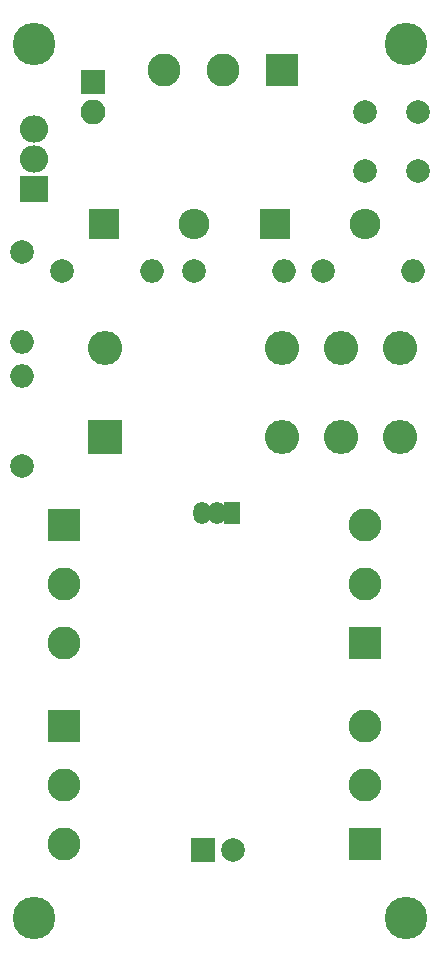
<source format=gbr>
G04 #@! TF.GenerationSoftware,KiCad,Pcbnew,(5.0.0)*
G04 #@! TF.CreationDate,2018-11-09T21:51:42+01:00*
G04 #@! TF.ProjectId,PSUCompanion,505355436F6D70616E696F6E2E6B6963,rev?*
G04 #@! TF.SameCoordinates,Original*
G04 #@! TF.FileFunction,Soldermask,Bot*
G04 #@! TF.FilePolarity,Negative*
%FSLAX46Y46*%
G04 Gerber Fmt 4.6, Leading zero omitted, Abs format (unit mm)*
G04 Created by KiCad (PCBNEW (5.0.0)) date 11/09/18 21:51:42*
%MOMM*%
%LPD*%
G01*
G04 APERTURE LIST*
%ADD10C,2.000000*%
%ADD11O,2.000000X2.000000*%
%ADD12C,2.800000*%
%ADD13R,2.800000X2.800000*%
%ADD14R,2.400000X2.305000*%
%ADD15O,2.400000X2.305000*%
%ADD16R,2.900000X2.900000*%
%ADD17O,2.900000X2.900000*%
%ADD18R,2.000000X2.000000*%
%ADD19C,3.600000*%
%ADD20O,1.450000X1.900000*%
%ADD21R,1.450000X1.900000*%
%ADD22R,2.600000X2.600000*%
%ADD23O,2.600000X2.600000*%
%ADD24R,2.100000X2.100000*%
%ADD25O,2.100000X2.100000*%
G04 APERTURE END LIST*
D10*
G04 #@! TO.C,R3*
X23380000Y-40000000D03*
D11*
X31000000Y-40000000D03*
G04 #@! TD*
G04 #@! TO.C,R2*
X20000000Y-46000000D03*
D10*
X20000000Y-38380000D03*
G04 #@! TD*
D12*
G04 #@! TO.C,J3*
X23500000Y-88500000D03*
X23500000Y-83500000D03*
D13*
X23500000Y-78500000D03*
G04 #@! TD*
D14*
G04 #@! TO.C,U1*
X21000000Y-33080000D03*
D15*
X21000000Y-30540000D03*
X21000000Y-28000000D03*
G04 #@! TD*
D12*
G04 #@! TO.C,J2*
X23500000Y-71500000D03*
X23500000Y-66500000D03*
D13*
X23500000Y-61500000D03*
G04 #@! TD*
D12*
G04 #@! TO.C,J4*
X49000000Y-61500000D03*
X49000000Y-66500000D03*
D13*
X49000000Y-71500000D03*
G04 #@! TD*
D12*
G04 #@! TO.C,J5*
X49000000Y-78500000D03*
X49000000Y-83500000D03*
D13*
X49000000Y-88500000D03*
G04 #@! TD*
D12*
G04 #@! TO.C,J1*
X32000000Y-23000000D03*
X37000000Y-23000000D03*
D13*
X42000000Y-23000000D03*
G04 #@! TD*
D16*
G04 #@! TO.C,RL1*
X27000000Y-54000000D03*
D17*
X42000000Y-54000000D03*
X47000000Y-54000000D03*
X52000000Y-54000000D03*
X52000000Y-46500000D03*
X47000000Y-46500000D03*
X42000000Y-46500000D03*
X27000000Y-46500000D03*
G04 #@! TD*
D18*
G04 #@! TO.C,C3*
X35300000Y-89000000D03*
D10*
X37800000Y-89000000D03*
G04 #@! TD*
D19*
G04 #@! TO.C,MH1*
X21000000Y-20750000D03*
G04 #@! TD*
G04 #@! TO.C,MH2*
X52500000Y-20750000D03*
G04 #@! TD*
G04 #@! TO.C,MH3*
X21000000Y-94750000D03*
G04 #@! TD*
G04 #@! TO.C,MH4*
X52500000Y-94750000D03*
G04 #@! TD*
D20*
G04 #@! TO.C,Q1*
X36500000Y-60500000D03*
X35230000Y-60500000D03*
D21*
X37770000Y-60500000D03*
G04 #@! TD*
D10*
G04 #@! TO.C,C1*
X49000000Y-31500000D03*
X49000000Y-26500000D03*
G04 #@! TD*
G04 #@! TO.C,C2*
X53500000Y-26500000D03*
X53500000Y-31500000D03*
G04 #@! TD*
D22*
G04 #@! TO.C,D1*
X26880000Y-36000000D03*
D23*
X34500000Y-36000000D03*
G04 #@! TD*
G04 #@! TO.C,D2*
X49000000Y-36000000D03*
D22*
X41380000Y-36000000D03*
G04 #@! TD*
D11*
G04 #@! TO.C,R1*
X20000000Y-48880000D03*
D10*
X20000000Y-56500000D03*
G04 #@! TD*
G04 #@! TO.C,R4*
X34500000Y-40000000D03*
D11*
X42120000Y-40000000D03*
G04 #@! TD*
D10*
G04 #@! TO.C,R5*
X45500000Y-40000000D03*
D11*
X53120000Y-40000000D03*
G04 #@! TD*
D24*
G04 #@! TO.C,J6*
X26000000Y-24000000D03*
D25*
X26000000Y-26540000D03*
G04 #@! TD*
M02*

</source>
